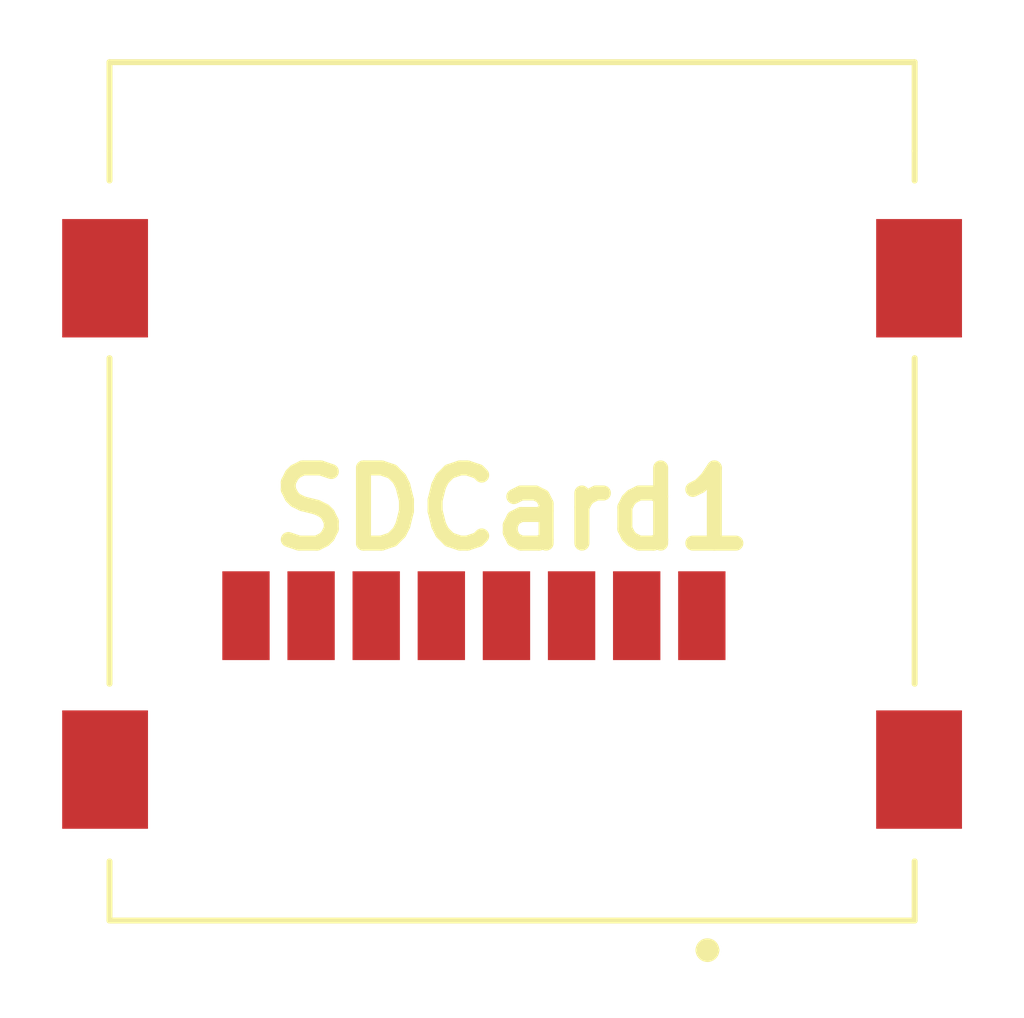
<source format=kicad_pcb>
(kicad_pcb (version 20221018) (generator pcbnew)
  (layers (0 "F.Cu" signal) (31 "B.Cu" signal) (34 "B.Paste" user) (35 "F.Paste" user) (36 "B.SilkS" user "B.Silkscreen") (37 "F.SilkS" user "F.Silkscreen") (38 "B.Mask" user) (39 "F.Mask" user) (44 "Edge.Cuts" user))
  (net 0 "")
  (footprint "footprints:472192001" (layer "F.Cu") (at 46.465 28.62)
    (fp_text reference "SDCard1" (at 0 0) (layer "F.SilkS") (effects (font (size 1.27 1.27) (thickness 0.254))))
    (fp_text value "47219-2001" hide)
    (fp_line (start -6.8 -7.55) (end 6.8 -7.55) (stroke (width 0.1)) (layer "F.SilkS"))
    (fp_line (start -6.8 -6.05) (end -6.8 -7.55) (stroke (width 0.1)) (layer "F.SilkS"))
    (fp_line (start -6.8 -6.05) (end -6.8 -5.55) (stroke (width 0.1)) (layer "F.SilkS"))
    (fp_line (start -6.8 -2.55) (end -6.8 2.95) (stroke (width 0.1)) (layer "F.SilkS"))
    (fp_line (start -6.8 5.95) (end -6.8 6.95) (stroke (width 0.1)) (layer "F.SilkS"))
    (fp_line (start -6.8 6.95) (end 6.8 6.95) (stroke (width 0.1)) (layer "F.SilkS"))
    (fp_line (start 3.2 7.45) (end 3.2 7.45) (stroke (width 0.2)) (layer "F.SilkS"))
    (fp_line (start 3.4 7.45) (end 3.4 7.45) (stroke (width 0.2)) (layer "F.SilkS"))
    (fp_line (start 6.8 -7.55) (end 6.8 -6.05) (stroke (width 0.1)) (layer "F.SilkS"))
    (fp_line (start 6.8 -6.05) (end 6.8 -5.55) (stroke (width 0.1)) (layer "F.SilkS"))
    (fp_line (start 6.8 -2.55) (end 6.8 2.95) (stroke (width 0.1)) (layer "F.SilkS"))
    (fp_line (start 6.8 6.95) (end 6.8 5.95) (stroke (width 0.1)) (layer "F.SilkS"))
    (fp_arc (start 3.2 7.45) (mid 3.3 7.35) (end 3.4 7.45) (stroke (width 0.2)) (layer "F.SilkS"))
    (fp_arc (start 3.4 7.45) (mid 3.3 7.55) (end 3.2 7.45) (stroke (width 0.2)) (layer "F.SilkS"))
    (pad "1" smd rect (at 3.205 1.8) (size 0.8 1.5) (layers "F.Cu" "F.Paste" "F.Mask"))
    (pad "2" smd rect (at 2.105 1.8) (size 0.8 1.5) (layers "F.Cu" "F.Paste" "F.Mask"))
    (pad "3" smd rect (at 1.005 1.8) (size 0.8 1.5) (layers "F.Cu" "F.Paste" "F.Mask"))
    (pad "4" smd rect (at -0.095 1.8) (size 0.8 1.5) (layers "F.Cu" "F.Paste" "F.Mask"))
    (pad "5" smd rect (at -1.195 1.8) (size 0.8 1.5) (layers "F.Cu" "F.Paste" "F.Mask"))
    (pad "6" smd rect (at -2.295 1.8) (size 0.8 1.5) (layers "F.Cu" "F.Paste" "F.Mask"))
    (pad "7" smd rect (at -3.395 1.8) (size 0.8 1.5) (layers "F.Cu" "F.Paste" "F.Mask"))
    (pad "8" smd rect (at -4.495 1.8) (size 0.8 1.5) (layers "F.Cu" "F.Paste" "F.Mask"))
    (pad "9" smd rect (at -6.875 4.4) (size 1.45 2) (layers "F.Cu" "F.Paste" "F.Mask"))
    (pad "10" smd rect (at -6.875 -3.9) (size 1.45 2) (layers "F.Cu" "F.Paste" "F.Mask"))
    (pad "11" smd rect (at 6.875 -3.9) (size 1.45 2) (layers "F.Cu" "F.Paste" "F.Mask"))
    (pad "12" smd rect (at 6.875 4.4) (size 1.45 2) (layers "F.Cu" "F.Paste" "F.Mask"))
  )
)
</source>
